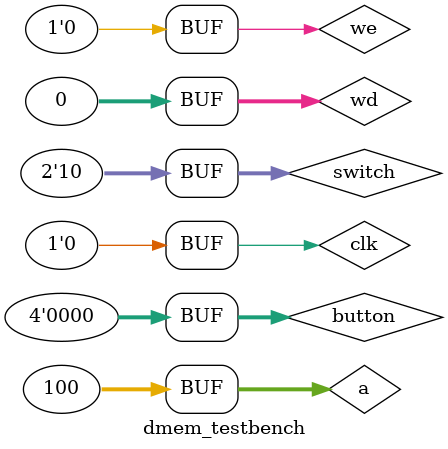
<source format=sv>

module dmem(
		input logic clk, we,
		input logic [31:0] a, wd, va,
      input logic [3:0] button,
      input logic [1:0] switch,
		output logic [31:0] rd, pixel
	);

	logic reset = 1;

    logic [31:0] rd_0;
    logic [31:0] rd_1;

    logic [31:0] BTN[5:0];
	
    always_comb begin
        if(a[31:2] < 6)  rd_0 = BTN[a[31:2]];
        else rd_0 = 0;
    end

    always_comb begin
        if(reset) begin
            reset <= 0;
            for(int i = 0; i < 4; i++)
                BTN[i] <= 0;
        end
		  reset <= 0;
        if (button[0]) begin
            BTN[0] <= 1;
        end
        if (button[1]) begin
            BTN[1] <= 1;
        end
        if (button[2]) begin
            BTN[2] <= 1;
        end
        if (button[3]) begin
            BTN[3] <= 1;
        end
        BTN[4] <= {31'b0,switch[0]};
        BTN[5] <= {31'b0,switch[1]};
        if(we) begin
            if(a[31:2] < 4) begin
               BTN[a[31:2]] <= wd; 
            end
        end
	 end
	
	data_memory_dual_clock	data_memory_dual_clock_inst (
	.address_a(a[18:2]),
   .address_b(va[16:0]),
	.clock_a (clk),
	.clock_b (~clk),
	.data_a(wd),
	.data_b(0),
	.wren_a(we),
	.wren_b(0),
	.q_a(rd_1),
	.q_b(pixel)
	);


    mux2#(32) mux_out(
        .s(a[31:2] > 5),
        .d0(rd_0),
        .d1(rd_1),
        .y(rd)
    );
endmodule
`timescale 1ns / 1ps
module dmem_testbench;

    logic clk, we;
    logic [31:0] a, wd;
    logic [3:0] button;
    logic [1:0] switch;
    logic [31:0] rd;

    dmem memory(
        .clk(clk), 
        .we(we),
        .a(a), 
        .wd(wd),
        .button(button),
        .switch(switch),
        .rd(rd)
    );

    initial begin
        //First test
        button <= 4'b0000;
        switch <= 2'b11;
        we <= 0;
        a <= 0;
        wd <= 0;
        #10;

        //Second test
        button <= 4'b0010;
        switch <= 2'b11;
        we <= 0;
        a <= 4;
        wd <= 0;
        #10;

        //Third test
        button <= 4'b0100;
        switch <= 2'b01;
        we <= 0;
        a <= 8;
        wd <= 0;
        #10;

        //Fourth test
        button <= 4'b0000;
        switch <= 2'b01;
        we <= 0;
        a <= 12;
        wd <= 0;
        #10;

        //Fifth test
        button <= 4'b0000;
        switch <= 2'b10;
        we <= 0;
        a <= 16;
        wd <= 0;
        #10;

       //Sixth test
        button <= 4'b0000;
        switch <= 2'b10;
        we <= 0;
        a <= 20;
        wd <= 0;
        #10;

       //Seventh test
        button <= 4'b0000;
        switch <= 2'b10;
        we <= 1;
        a <= 24;
        wd <= 255;
        #10;

      //Seventh test
        button <= 4'b0000;
        switch <= 2'b10;
        we <= 1;
        a <= 28;
        wd <= 128;
        #10;

      //Seventh test
        button <= 4'b0000;
        switch <= 2'b10;
        we <= 1;
        a <= 32;
        wd <= 511;
        #10;

      //Seventh test
        button <= 4'b0000;
        switch <= 2'b10;
        we <= 0;
        a <= 24;
        wd <= 0;
        #10;

      //Seventh test
        button <= 4'b0000;
        switch <= 2'b10;
        we <= 0;
        a <= 28;
        wd <= 0;
        #10;

      //Seventh test
        button <= 4'b0000;
        switch <= 2'b10;
        we <= 0;
        a <= 100;
        wd <= 0;
    end

    always begin
	    clk <= 1; #5; clk <= 0; #5;
    end

endmodule

</source>
